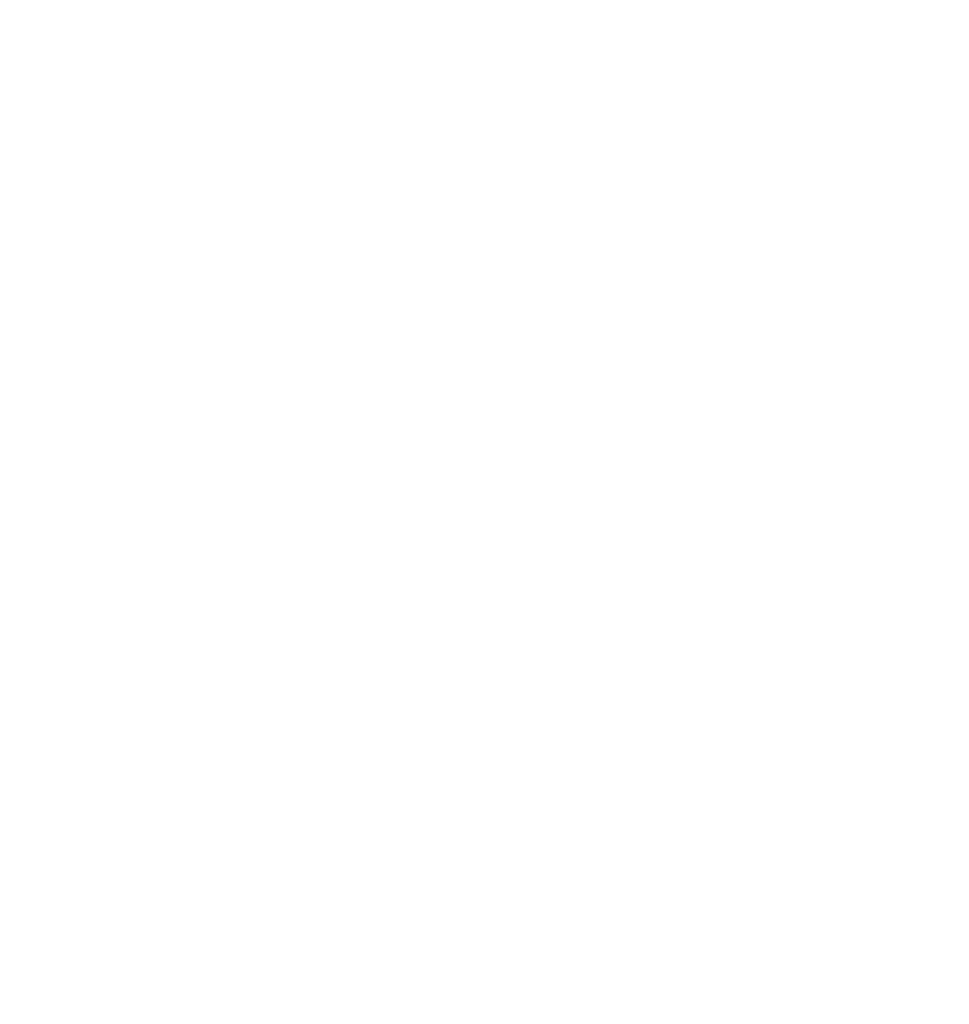
<source format=gbr>
%TF.GenerationSoftware,KiCad,Pcbnew,7.0.9*%
%TF.CreationDate,2024-08-20T19:02:26-06:00*%
%TF.ProjectId,bottom 40k layer,626f7474-6f6d-4203-9430-6b206c617965,rev?*%
%TF.SameCoordinates,Original*%
%TF.FileFunction,Legend,Top*%
%TF.FilePolarity,Positive*%
%FSLAX46Y46*%
G04 Gerber Fmt 4.6, Leading zero omitted, Abs format (unit mm)*
G04 Created by KiCad (PCBNEW 7.0.9) date 2024-08-20 19:02:26*
%MOMM*%
%LPD*%
G01*
G04 APERTURE LIST*
%ADD10C,0.100000*%
%ADD11C,0.150000*%
%ADD12C,3.450000*%
G04 APERTURE END LIST*
D10*
X122313095Y-20291669D02*
X122313095Y-19291669D01*
X122313095Y-19767859D02*
X122884523Y-19767859D01*
X122884523Y-20291669D02*
X122884523Y-19291669D01*
X123313095Y-19386907D02*
X123360714Y-19339288D01*
X123360714Y-19339288D02*
X123455952Y-19291669D01*
X123455952Y-19291669D02*
X123694047Y-19291669D01*
X123694047Y-19291669D02*
X123789285Y-19339288D01*
X123789285Y-19339288D02*
X123836904Y-19386907D01*
X123836904Y-19386907D02*
X123884523Y-19482145D01*
X123884523Y-19482145D02*
X123884523Y-19577383D01*
X123884523Y-19577383D02*
X123836904Y-19720240D01*
X123836904Y-19720240D02*
X123265476Y-20291669D01*
X123265476Y-20291669D02*
X123884523Y-20291669D01*
X122313095Y-107664169D02*
X122313095Y-106664169D01*
X122313095Y-107140359D02*
X122884523Y-107140359D01*
X122884523Y-107664169D02*
X122884523Y-106664169D01*
X123789285Y-106997502D02*
X123789285Y-107664169D01*
X123551190Y-106616550D02*
X123313095Y-107330835D01*
X123313095Y-107330835D02*
X123932142Y-107330835D01*
X40263095Y-107664169D02*
X40263095Y-106664169D01*
X40263095Y-107140359D02*
X40834523Y-107140359D01*
X40834523Y-107664169D02*
X40834523Y-106664169D01*
X41215476Y-106664169D02*
X41834523Y-106664169D01*
X41834523Y-106664169D02*
X41501190Y-107045121D01*
X41501190Y-107045121D02*
X41644047Y-107045121D01*
X41644047Y-107045121D02*
X41739285Y-107092740D01*
X41739285Y-107092740D02*
X41786904Y-107140359D01*
X41786904Y-107140359D02*
X41834523Y-107235597D01*
X41834523Y-107235597D02*
X41834523Y-107473692D01*
X41834523Y-107473692D02*
X41786904Y-107568930D01*
X41786904Y-107568930D02*
X41739285Y-107616550D01*
X41739285Y-107616550D02*
X41644047Y-107664169D01*
X41644047Y-107664169D02*
X41358333Y-107664169D01*
X41358333Y-107664169D02*
X41263095Y-107616550D01*
X41263095Y-107616550D02*
X41215476Y-107568930D01*
X40263095Y-20291669D02*
X40263095Y-19291669D01*
X40263095Y-19767859D02*
X40834523Y-19767859D01*
X40834523Y-20291669D02*
X40834523Y-19291669D01*
X41834523Y-20291669D02*
X41263095Y-20291669D01*
X41548809Y-20291669D02*
X41548809Y-19291669D01*
X41548809Y-19291669D02*
X41453571Y-19434526D01*
X41453571Y-19434526D02*
X41358333Y-19529764D01*
X41358333Y-19529764D02*
X41263095Y-19577383D01*
%LPC*%
D11*
X-24700000Y17200000D02*
X169900000Y17200000D01*
X169900000Y-180900000D01*
X-24700000Y-180900000D01*
X-24700000Y17200000D01*
G36*
X-24700000Y17200000D02*
G01*
X169900000Y17200000D01*
X169900000Y-180900000D01*
X-24700000Y-180900000D01*
X-24700000Y17200000D01*
G37*
D12*
%TO.C,H2*%
X123075000Y-42686250D03*
%TD*%
%TO.C,H4*%
X123075000Y-130058750D03*
%TD*%
%TO.C,H3*%
X41025000Y-130058750D03*
%TD*%
%TO.C,H1*%
X41025000Y-42686250D03*
%TD*%
%LPD*%
M02*

</source>
